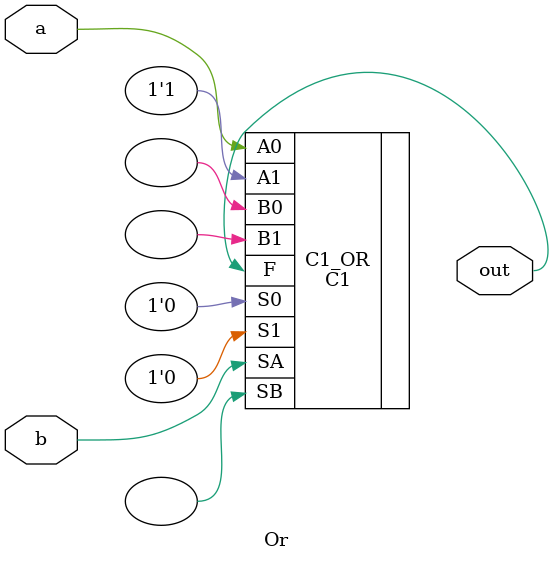
<source format=v>
module Or (input a , b, output out);
	C1 C1_OR(.A0(a), .A1(1'b1), .SA(b), .B0(),
                    .B1(), .SB(), .S0(1'b0), .S1(1'b0), .F(out));
endmodule

</source>
